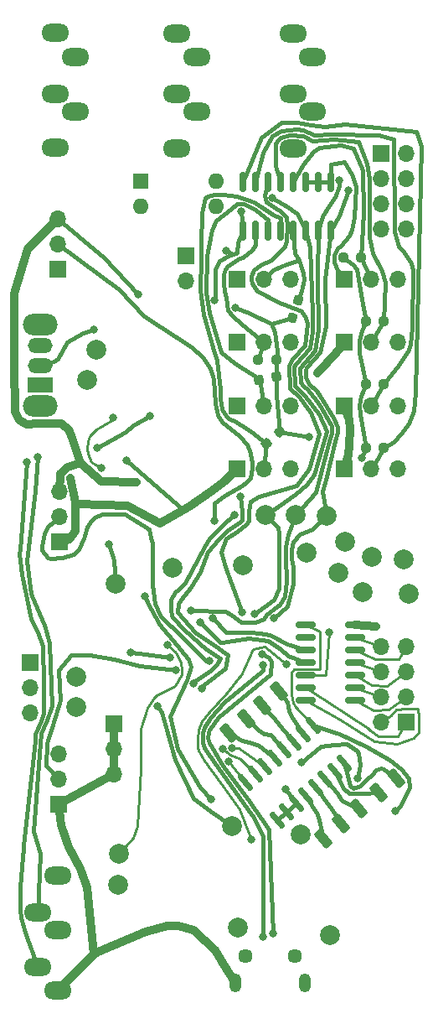
<source format=gbr>
G04 #@! TF.GenerationSoftware,KiCad,Pcbnew,8.0.3*
G04 #@! TF.CreationDate,2025-02-16T14:45:01-05:00*
G04 #@! TF.ProjectId,MEAP_Rev4c,4d454150-5f52-4657-9634-632e6b696361,rev?*
G04 #@! TF.SameCoordinates,Original*
G04 #@! TF.FileFunction,Copper,L2,Bot*
G04 #@! TF.FilePolarity,Positive*
%FSLAX46Y46*%
G04 Gerber Fmt 4.6, Leading zero omitted, Abs format (unit mm)*
G04 Created by KiCad (PCBNEW 8.0.3) date 2025-02-16 14:45:01*
%MOMM*%
%LPD*%
G01*
G04 APERTURE LIST*
G04 Aperture macros list*
%AMRoundRect*
0 Rectangle with rounded corners*
0 $1 Rounding radius*
0 $2 $3 $4 $5 $6 $7 $8 $9 X,Y pos of 4 corners*
0 Add a 4 corners polygon primitive as box body*
4,1,4,$2,$3,$4,$5,$6,$7,$8,$9,$2,$3,0*
0 Add four circle primitives for the rounded corners*
1,1,$1+$1,$2,$3*
1,1,$1+$1,$4,$5*
1,1,$1+$1,$6,$7*
1,1,$1+$1,$8,$9*
0 Add four rect primitives between the rounded corners*
20,1,$1+$1,$2,$3,$4,$5,0*
20,1,$1+$1,$4,$5,$6,$7,0*
20,1,$1+$1,$6,$7,$8,$9,0*
20,1,$1+$1,$8,$9,$2,$3,0*%
G04 Aperture macros list end*
G04 #@! TA.AperFunction,ComponentPad*
%ADD10C,2.000000*%
G04 #@! TD*
G04 #@! TA.AperFunction,ComponentPad*
%ADD11R,1.700000X1.700000*%
G04 #@! TD*
G04 #@! TA.AperFunction,ComponentPad*
%ADD12O,1.700000X1.700000*%
G04 #@! TD*
G04 #@! TA.AperFunction,ComponentPad*
%ADD13O,2.800000X1.800000*%
G04 #@! TD*
G04 #@! TA.AperFunction,ComponentPad*
%ADD14R,1.600000X1.600000*%
G04 #@! TD*
G04 #@! TA.AperFunction,ComponentPad*
%ADD15O,1.600000X1.600000*%
G04 #@! TD*
G04 #@! TA.AperFunction,ComponentPad*
%ADD16O,3.500000X2.200000*%
G04 #@! TD*
G04 #@! TA.AperFunction,ComponentPad*
%ADD17R,2.500000X1.500000*%
G04 #@! TD*
G04 #@! TA.AperFunction,ComponentPad*
%ADD18O,2.500000X1.500000*%
G04 #@! TD*
G04 #@! TA.AperFunction,ComponentPad*
%ADD19O,1.200000X1.900000*%
G04 #@! TD*
G04 #@! TA.AperFunction,ComponentPad*
%ADD20C,1.450000*%
G04 #@! TD*
G04 #@! TA.AperFunction,SMDPad,CuDef*
%ADD21RoundRect,0.250000X0.290580X-0.735230X0.673602X-0.413836X-0.290580X0.735230X-0.673602X0.413836X0*%
G04 #@! TD*
G04 #@! TA.AperFunction,SMDPad,CuDef*
%ADD22RoundRect,0.250000X-0.290580X0.735230X-0.673602X0.413836X0.290580X-0.735230X0.673602X-0.413836X0*%
G04 #@! TD*
G04 #@! TA.AperFunction,SMDPad,CuDef*
%ADD23RoundRect,0.237500X-0.250000X-0.237500X0.250000X-0.237500X0.250000X0.237500X-0.250000X0.237500X0*%
G04 #@! TD*
G04 #@! TA.AperFunction,SMDPad,CuDef*
%ADD24RoundRect,0.150000X-0.825000X-0.150000X0.825000X-0.150000X0.825000X0.150000X-0.825000X0.150000X0*%
G04 #@! TD*
G04 #@! TA.AperFunction,SMDPad,CuDef*
%ADD25RoundRect,0.237500X0.250000X0.237500X-0.250000X0.237500X-0.250000X-0.237500X0.250000X-0.237500X0*%
G04 #@! TD*
G04 #@! TA.AperFunction,SMDPad,CuDef*
%ADD26RoundRect,0.237500X0.204960X0.277304X-0.287443X0.190480X-0.204960X-0.277304X0.287443X-0.190480X0*%
G04 #@! TD*
G04 #@! TA.AperFunction,SMDPad,CuDef*
%ADD27RoundRect,0.237500X0.038849X0.342632X-0.344173X0.021239X-0.038849X-0.342632X0.344173X-0.021239X0*%
G04 #@! TD*
G04 #@! TA.AperFunction,SMDPad,CuDef*
%ADD28RoundRect,0.150000X-0.150000X0.825000X-0.150000X-0.825000X0.150000X-0.825000X0.150000X0.825000X0*%
G04 #@! TD*
G04 #@! TA.AperFunction,SMDPad,CuDef*
%ADD29RoundRect,0.150000X0.645206X-0.535569X-0.415393X0.728405X-0.645206X0.535569X0.415393X-0.728405X0*%
G04 #@! TD*
G04 #@! TA.AperFunction,SMDPad,CuDef*
%ADD30RoundRect,0.237500X0.137672X-0.316153X0.308682X0.153693X-0.137672X0.316153X-0.308682X-0.153693X0*%
G04 #@! TD*
G04 #@! TA.AperFunction,ViaPad*
%ADD31C,0.800000*%
G04 #@! TD*
G04 #@! TA.AperFunction,Conductor*
%ADD32C,0.406400*%
G04 #@! TD*
G04 #@! TA.AperFunction,Conductor*
%ADD33C,0.812800*%
G04 #@! TD*
G04 #@! TA.AperFunction,Conductor*
%ADD34C,0.250000*%
G04 #@! TD*
G04 #@! TA.AperFunction,Conductor*
%ADD35C,0.254000*%
G04 #@! TD*
G04 APERTURE END LIST*
D10*
X40120000Y-97530000D03*
D11*
X51540000Y-48700000D03*
D12*
X54240000Y-48700000D03*
X56940000Y-48700000D03*
D10*
X25520000Y-52540000D03*
D11*
X35470000Y-39930000D03*
D12*
X35470000Y-42470000D03*
D10*
X41260000Y-71250000D03*
X47650000Y-69930000D03*
D11*
X40640000Y-48700000D03*
D12*
X43340000Y-48700000D03*
X46040000Y-48700000D03*
D10*
X53360000Y-73890000D03*
X47080000Y-98380000D03*
D11*
X40640000Y-55100000D03*
D12*
X43340000Y-55100000D03*
X46040000Y-55100000D03*
D13*
X48300000Y-25430000D03*
X46300000Y-23630000D03*
X46300000Y-17530000D03*
X48300000Y-19930000D03*
X46300000Y-29130000D03*
D11*
X51540000Y-55100000D03*
D12*
X54240000Y-55100000D03*
X56940000Y-55100000D03*
D10*
X28700000Y-100360000D03*
D11*
X55220000Y-29660000D03*
D12*
X57760000Y-29660000D03*
X55220000Y-32200000D03*
X57760000Y-32200000D03*
X55220000Y-34740000D03*
X57760000Y-34740000D03*
X55220000Y-37280000D03*
X57760000Y-37280000D03*
D11*
X40640000Y-42300000D03*
D12*
X43340000Y-42300000D03*
X46040000Y-42300000D03*
D10*
X50060000Y-108580000D03*
D13*
X20540001Y-106260001D03*
X22540000Y-108060000D03*
X22540000Y-114160000D03*
X20540001Y-111760001D03*
X22540000Y-102560000D03*
D11*
X22690000Y-68810000D03*
D12*
X22690000Y-66270000D03*
X22689997Y-63730001D03*
D11*
X57750000Y-87040000D03*
D12*
X55210000Y-87040000D03*
X57750000Y-84500000D03*
X55210002Y-84500001D03*
X57749997Y-81960001D03*
X55210001Y-81960002D03*
X57750000Y-79420000D03*
X55209999Y-79420001D03*
D14*
X30900001Y-32460000D03*
D15*
X30900001Y-35000000D03*
X38520000Y-35000000D03*
X38520001Y-32460000D03*
D10*
X26450000Y-49460000D03*
X54290000Y-70350000D03*
D11*
X40640000Y-61500000D03*
D12*
X43340000Y-61500000D03*
X46040000Y-61500000D03*
D10*
X58050000Y-74110000D03*
D11*
X19750000Y-81040000D03*
D12*
X19750000Y-83580000D03*
X19750000Y-86120000D03*
D13*
X24300000Y-25385000D03*
X22300000Y-23585000D03*
X22300000Y-17485000D03*
X24300000Y-19885000D03*
X22300000Y-29085000D03*
D10*
X28380000Y-73080000D03*
X28670000Y-103490000D03*
D11*
X28210000Y-87180000D03*
D12*
X28210000Y-89720000D03*
X28210000Y-92260000D03*
D10*
X50910000Y-71990000D03*
D11*
X51540000Y-61500000D03*
D12*
X54240000Y-61500000D03*
X56940000Y-61500000D03*
D11*
X51540000Y-42300000D03*
D12*
X54240000Y-42300000D03*
X56940000Y-42300000D03*
D10*
X46580000Y-66170000D03*
D16*
X20740000Y-55140000D03*
X20740000Y-46940000D03*
D17*
X20740000Y-53040000D03*
D18*
X20740001Y-51039999D03*
X20740000Y-49040000D03*
D10*
X51580000Y-68800000D03*
D19*
X40529999Y-113332000D03*
D20*
X41529999Y-110632000D03*
X46529999Y-110632000D03*
D19*
X47529999Y-113332000D03*
D13*
X36560000Y-25420000D03*
X34560000Y-23620000D03*
X34560000Y-17520000D03*
X36560000Y-19920000D03*
X34560000Y-29120000D03*
D10*
X24420000Y-85520000D03*
X57510000Y-70580000D03*
D11*
X22540003Y-41299999D03*
D12*
X22540003Y-38759999D03*
X22540003Y-36219999D03*
D10*
X49680000Y-66220000D03*
X40780000Y-107810000D03*
D11*
X22640000Y-95310000D03*
D12*
X22640000Y-92770000D03*
X22640000Y-90230000D03*
D10*
X43540000Y-66140000D03*
X24390000Y-82450000D03*
X34170000Y-71480000D03*
D21*
X52974795Y-95764212D03*
X44890000Y-83920000D03*
D22*
X54947493Y-94148085D03*
D23*
X51377502Y-40170001D03*
X53202498Y-40169999D03*
D22*
X51174592Y-97274764D03*
D24*
X47630003Y-84860000D03*
X47630002Y-83590000D03*
X47630000Y-82320000D03*
X47630003Y-81050000D03*
X47630000Y-79780003D03*
X47630001Y-78509997D03*
X47630003Y-77240000D03*
X52580003Y-77240000D03*
X52580004Y-78510000D03*
X52580006Y-79780000D03*
X52580003Y-81050000D03*
X52580006Y-82319997D03*
X52580005Y-83590003D03*
X52580003Y-84860000D03*
D25*
X44604998Y-50500000D03*
X42780000Y-50500000D03*
D22*
X56709660Y-92747777D03*
D26*
X44670000Y-52180000D03*
X42872728Y-52496908D03*
D23*
X53690000Y-46540000D03*
X55514996Y-46539998D03*
D21*
X39799501Y-88152273D03*
D27*
X44980000Y-57730000D03*
X43581970Y-58903088D03*
D23*
X53685004Y-52940002D03*
X55510000Y-52940000D03*
D22*
X49382047Y-98778886D03*
D28*
X41250000Y-32484999D03*
X42519999Y-32485000D03*
X43790000Y-32485003D03*
X45059997Y-32484997D03*
X46330001Y-32484999D03*
X47600001Y-32485000D03*
X48870000Y-32484999D03*
X50139999Y-32485000D03*
X50140000Y-37435001D03*
X48870001Y-37435000D03*
X47600000Y-37434997D03*
X46330003Y-37435003D03*
X45059999Y-37435001D03*
X43789999Y-37435000D03*
X42520000Y-37435001D03*
X41250001Y-37435000D03*
D23*
X53685004Y-59350002D03*
X55510000Y-59350000D03*
D22*
X41556474Y-86730215D03*
D29*
X51521444Y-91200762D03*
X50548570Y-92017103D03*
X49575694Y-92833442D03*
X48602816Y-93649784D03*
X47629940Y-94466125D03*
X46657063Y-95282463D03*
X45684187Y-96098804D03*
X44711311Y-96915144D03*
X41529514Y-93123224D03*
X42502388Y-92306883D03*
X43475264Y-91490544D03*
X44448142Y-90674202D03*
X45421018Y-89857861D03*
X46393895Y-89041523D03*
X47366771Y-88225182D03*
X48339647Y-87408842D03*
D22*
X43211129Y-85341793D03*
D30*
X46245812Y-46194936D03*
X46870000Y-44480000D03*
D31*
X48790000Y-51860000D03*
X54690000Y-77430000D03*
X45560000Y-93850000D03*
X32886533Y-67015122D03*
X29520000Y-60630000D03*
X23810000Y-62420000D03*
X56630000Y-96010000D03*
X30490000Y-62850000D03*
X38390000Y-44430000D03*
X40470000Y-45220000D03*
X47940000Y-58260000D03*
X41120000Y-35450000D03*
X39530000Y-39490000D03*
X30630000Y-43870000D03*
X53280000Y-60350000D03*
X32640000Y-85420000D03*
X43270000Y-81270000D03*
X43250000Y-108730000D03*
X43170000Y-80200000D03*
X44330000Y-108380000D03*
X47160000Y-91110000D03*
X52840000Y-92680000D03*
X27710000Y-69080000D03*
X20500000Y-60310000D03*
X19374317Y-60800000D03*
X26940000Y-61380000D03*
X28140000Y-56320000D03*
X31820000Y-56160000D03*
X26480000Y-59370000D03*
X29890000Y-80020000D03*
X40170000Y-89680000D03*
X44250000Y-34130000D03*
X42460000Y-76150000D03*
X33910000Y-80520000D03*
X39200000Y-89780000D03*
X35990000Y-75790000D03*
X50990000Y-32350000D03*
X31370000Y-74320000D03*
X38069327Y-94800673D03*
X44400000Y-76530000D03*
X39830000Y-91000000D03*
X51910000Y-33340000D03*
X26210000Y-47430000D03*
X38380000Y-66700000D03*
X34440000Y-81770000D03*
X37070000Y-83670000D03*
X40970000Y-64270000D03*
X40410000Y-66120000D03*
X36230000Y-83130000D03*
X36914997Y-77000000D03*
X38184997Y-76580000D03*
X33630000Y-79253868D03*
X42090000Y-98870000D03*
X45620000Y-81190000D03*
X37900000Y-80890000D03*
X41160000Y-75930000D03*
X49990000Y-77970000D03*
D32*
X36281905Y-94788095D02*
X37960000Y-96030000D01*
X34390000Y-90880000D02*
X36281905Y-94788095D01*
X37960000Y-96030000D02*
X40120000Y-97530000D01*
X48870000Y-32484999D02*
X47600001Y-32485000D01*
D33*
X51982247Y-56590000D02*
X51540000Y-55100000D01*
D32*
X45684187Y-96098804D02*
X46657063Y-95282462D01*
D33*
X35237721Y-65647721D02*
X35870000Y-65280000D01*
X29550000Y-65220000D02*
X32886533Y-67015122D01*
X52130000Y-57370000D02*
X51982247Y-56590000D01*
X51700000Y-48700000D02*
X48790000Y-51860000D01*
D32*
X52018687Y-37938687D02*
X51150365Y-38950365D01*
X51530000Y-30490000D02*
X52240000Y-31750000D01*
X52018687Y-37938687D02*
X52289033Y-37339033D01*
X44711311Y-96915144D02*
X45684187Y-96098804D01*
D33*
X38500000Y-110080000D02*
X39320000Y-111490000D01*
X39380971Y-62730971D02*
X40640000Y-61500000D01*
X24281421Y-67700000D02*
X24320000Y-64890000D01*
X51982247Y-56590000D02*
X51700000Y-55100000D01*
X24797158Y-101880000D02*
X23680000Y-99680000D01*
X22640000Y-95310000D02*
X28210000Y-92260000D01*
X54690000Y-77430000D02*
X52580003Y-77240000D01*
D32*
X52289033Y-37339033D02*
X52537436Y-36050000D01*
X50139999Y-32485000D02*
X48870000Y-32484999D01*
D33*
X24680000Y-64988032D02*
X29550000Y-65220000D01*
X51700000Y-61500000D02*
X51889662Y-60050000D01*
D32*
X51150365Y-38950365D02*
X50800000Y-39200000D01*
X52640000Y-34550000D02*
X52537436Y-36050000D01*
X50802542Y-41387458D02*
X51700000Y-42300000D01*
D33*
X25488007Y-103740000D02*
X24797158Y-101880000D01*
X36299784Y-108040216D02*
X38500000Y-110080000D01*
D32*
X50170000Y-30750000D02*
X51530000Y-30490000D01*
D33*
X26161226Y-110471226D02*
X22540000Y-114160000D01*
X32886533Y-67015122D02*
X35237721Y-65647721D01*
D32*
X50800000Y-39200000D02*
X50510000Y-39910000D01*
X50139999Y-32485000D02*
X50170000Y-30750000D01*
X52660000Y-32930000D02*
X52640000Y-34550000D01*
X46657063Y-95282462D02*
X45560000Y-93850000D01*
D33*
X51889662Y-60050000D02*
X51540000Y-61500000D01*
X22850000Y-97450000D02*
X22640000Y-95310000D01*
D32*
X50510000Y-40660000D02*
X50802542Y-41387458D01*
D33*
X26611903Y-110251903D02*
X26161226Y-110471226D01*
X23680000Y-99680000D02*
X22850000Y-97450000D01*
X22690000Y-68810000D02*
X23740000Y-68625170D01*
X52010000Y-59130000D02*
X52130000Y-57370000D01*
X31390000Y-108206992D02*
X26611903Y-110251903D01*
X36299784Y-108040216D02*
X34760000Y-107618178D01*
X38071174Y-63801174D02*
X35870000Y-65280000D01*
X34760000Y-107618178D02*
X33660000Y-107606645D01*
X23740000Y-68625170D02*
X24281421Y-67700000D01*
X33660000Y-107606645D02*
X31390000Y-108206992D01*
X39380971Y-62730971D02*
X38071174Y-63801174D01*
D32*
X29520000Y-60630000D02*
X35237721Y-65647721D01*
D33*
X25488007Y-103740000D02*
X26161226Y-110471226D01*
X28210000Y-87180000D02*
X28210000Y-89720000D01*
X39320000Y-111490000D02*
X40529999Y-113332000D01*
X24320000Y-64890000D02*
X23810000Y-62420000D01*
D32*
X50510000Y-39910000D02*
X50510000Y-40660000D01*
X52240000Y-31750000D02*
X52660000Y-32930000D01*
D33*
X28210000Y-89720000D02*
X28210000Y-92260000D01*
X24680000Y-64988032D02*
X24320000Y-64890000D01*
X51889662Y-60050000D02*
X52010000Y-59130000D01*
D32*
X40210000Y-39804781D02*
X39530000Y-39490000D01*
X53280000Y-60350000D02*
X53685004Y-59350002D01*
X52430000Y-40870000D02*
X51377502Y-40170001D01*
X41847500Y-45700494D02*
X44140000Y-46850000D01*
D33*
X19470000Y-39310000D02*
X22540003Y-36219999D01*
D32*
X40760000Y-38610000D02*
X41250001Y-37435000D01*
X53730000Y-89480000D02*
X50970000Y-88270000D01*
X53050000Y-49790000D02*
X53020000Y-48530000D01*
X53685004Y-52940002D02*
X53050000Y-49790000D01*
X44140000Y-46850000D02*
X44480000Y-47680000D01*
X41847500Y-45700494D02*
X40470000Y-45220000D01*
X38458793Y-43860000D02*
X38459745Y-41360000D01*
D33*
X18150000Y-43760000D02*
X19470000Y-39310000D01*
D32*
X50970000Y-88270000D02*
X48339647Y-87408842D01*
X44710000Y-49500000D02*
X44604998Y-50500000D01*
X53690000Y-46540000D02*
X53268597Y-44410000D01*
X57208157Y-95488157D02*
X56630000Y-96010000D01*
X40580000Y-39676083D02*
X40654994Y-39649998D01*
X53020000Y-48530000D02*
X53240000Y-47480000D01*
D33*
X18150000Y-50850000D02*
X18150000Y-43760000D01*
D32*
X44980000Y-57730000D02*
X47940000Y-58260000D01*
D34*
X46353125Y-85126875D02*
X46550000Y-85560000D01*
D33*
X18663481Y-56566519D02*
X18237128Y-55720000D01*
X18663481Y-56566519D02*
X19430000Y-56964227D01*
D32*
X53206033Y-54110000D02*
X53685004Y-52940002D01*
X38906093Y-40446093D02*
X39850000Y-39930000D01*
D33*
X26950000Y-62770000D02*
X24850000Y-60910000D01*
D32*
X53685004Y-59350002D02*
X53080000Y-56000000D01*
D33*
X24850000Y-60910000D02*
X24006818Y-58300000D01*
D32*
X57290000Y-91770000D02*
X56060000Y-90830000D01*
X41120000Y-35450000D02*
X41250001Y-37435000D01*
D33*
X22799786Y-62010000D02*
X22689997Y-63730001D01*
D32*
X38459745Y-41360000D02*
X38906093Y-40446093D01*
D34*
X49050000Y-81710000D02*
X46860000Y-81680000D01*
D33*
X20530000Y-56940000D02*
X22870000Y-56940000D01*
D32*
X53080000Y-56000000D02*
X53047466Y-55050000D01*
X56060000Y-90830000D02*
X53730000Y-89480000D01*
X53240000Y-47480000D02*
X53690000Y-46540000D01*
X58090000Y-93610000D02*
X58050000Y-92740000D01*
X57208157Y-95488157D02*
X58090000Y-93610000D01*
X52737866Y-41312134D02*
X52430000Y-40870000D01*
D34*
X48339647Y-87408842D02*
X46550000Y-85560000D01*
D32*
X44980000Y-57730000D02*
X44677674Y-54000000D01*
D33*
X30490000Y-62850000D02*
X26950000Y-62770000D01*
D32*
X39850000Y-39930000D02*
X40210000Y-39804781D01*
X40210000Y-39804781D02*
X40580000Y-39676083D01*
X30630000Y-43870000D02*
X27160000Y-40160000D01*
X44480000Y-47680000D02*
X44710000Y-49500000D01*
X58050000Y-92740000D02*
X57290000Y-91770000D01*
X44677674Y-54000000D02*
X44670000Y-52180000D01*
D34*
X46187989Y-82030000D02*
X46450000Y-81748334D01*
D33*
X23559610Y-61289610D02*
X24850000Y-60910000D01*
D32*
X44670000Y-52180000D02*
X44604998Y-50500000D01*
X44140000Y-46850000D02*
X46245812Y-46194936D01*
D33*
X22870000Y-56940000D02*
X23608706Y-57481294D01*
D34*
X46169429Y-84230000D02*
X46187989Y-82030000D01*
D33*
X22799786Y-62010000D02*
X23559610Y-61289610D01*
D34*
X46353125Y-85126875D02*
X46169429Y-84230000D01*
D32*
X53047466Y-55050000D02*
X53206033Y-54110000D01*
D34*
X47630003Y-77240000D02*
X49080000Y-77920000D01*
D33*
X23608706Y-57481294D02*
X24006818Y-58300000D01*
X19430000Y-56964227D02*
X20530000Y-56940000D01*
D32*
X53268597Y-44410000D02*
X52737866Y-41312134D01*
X40654994Y-39649998D02*
X40760000Y-38610000D01*
D33*
X18237128Y-55720000D02*
X18150000Y-50850000D01*
D32*
X27160000Y-40160000D02*
X22540003Y-36219999D01*
D34*
X46860000Y-81680000D02*
X46450000Y-81748334D01*
D32*
X38390000Y-44430000D02*
X38458793Y-43860000D01*
D34*
X49080000Y-77920000D02*
X49050000Y-81710000D01*
D32*
X33011105Y-85988895D02*
X34390000Y-90880000D01*
X33011105Y-85988895D02*
X32640000Y-85420000D01*
X37150000Y-88180000D02*
X37340000Y-87560000D01*
X43250000Y-108730000D02*
X43270000Y-98580000D01*
X43270000Y-81270000D02*
X43270000Y-81820000D01*
X37334061Y-89635939D02*
X37150000Y-89040000D01*
X42240000Y-96550000D02*
X41962734Y-96097266D01*
X37150000Y-89040000D02*
X37150000Y-88180000D01*
X38521419Y-91378581D02*
X37334061Y-89635939D01*
X43090000Y-82000000D02*
X39400000Y-85020000D01*
X41962734Y-96097266D02*
X38521419Y-91378581D01*
X43270000Y-81820000D02*
X43090000Y-82000000D01*
X37340000Y-87560000D02*
X37880000Y-86810000D01*
X43270000Y-98580000D02*
X42240000Y-96550000D01*
X37989178Y-86619178D02*
X39400000Y-85020000D01*
X37880000Y-86810000D02*
X37989178Y-86619178D01*
X41784166Y-94795834D02*
X39209753Y-91420247D01*
X44120319Y-80950000D02*
X43847260Y-80552740D01*
X39209753Y-91420247D02*
X37825863Y-89164137D01*
X37700000Y-88690000D02*
X37740000Y-88020000D01*
X44070725Y-82230725D02*
X44120319Y-80950000D01*
X37740000Y-88020000D02*
X37890000Y-87770000D01*
X41784166Y-94795834D02*
X43870000Y-97870000D01*
X37890000Y-87770000D02*
X38794794Y-86534794D01*
X43847260Y-80552740D02*
X43170000Y-80200000D01*
X43870000Y-97870000D02*
X44330000Y-108380000D01*
X44070725Y-82230725D02*
X38794794Y-86534794D01*
X37825863Y-89164137D02*
X37700000Y-88690000D01*
X52840000Y-92680000D02*
X53076035Y-91380000D01*
X52780000Y-89940000D02*
X51730000Y-89220000D01*
X49100000Y-89530000D02*
X47160000Y-91110000D01*
X52948917Y-90161083D02*
X52780000Y-89940000D01*
X50460000Y-89310000D02*
X49100000Y-89530000D01*
X53076035Y-91380000D02*
X52948917Y-90161083D01*
X51730000Y-89220000D02*
X50460000Y-89310000D01*
X27710000Y-69080000D02*
X28240000Y-70700000D01*
X28240000Y-70700000D02*
X28380000Y-73080000D01*
X20500000Y-60310000D02*
X20243905Y-63660000D01*
X21713337Y-79080000D02*
X21205659Y-77254341D01*
X21205659Y-77254341D02*
X21005063Y-76914937D01*
X20858610Y-88174122D02*
X21382108Y-87080583D01*
X21382108Y-87080583D02*
X21977941Y-85430000D01*
X20540001Y-106260001D02*
X20745346Y-100360000D01*
X21977941Y-85430000D02*
X21713337Y-79080000D01*
X20710000Y-90220000D02*
X20858610Y-88174122D01*
X21005063Y-76914937D02*
X19873912Y-74050000D01*
X19873912Y-74050000D02*
X19401862Y-70810000D01*
X19401862Y-70810000D02*
X20243905Y-63660000D01*
X20745346Y-100360000D02*
X20110000Y-98050000D01*
X20110000Y-98050000D02*
X20710000Y-90220000D01*
X20540001Y-111760001D02*
X19276825Y-108300000D01*
X18745561Y-106040000D02*
X18755021Y-103620000D01*
X20859492Y-86999492D02*
X21110514Y-86100000D01*
X21000000Y-79330000D02*
X20530000Y-77980000D01*
X20530000Y-77980000D02*
X19843701Y-76636299D01*
X21140000Y-83100000D02*
X21000000Y-79330000D01*
X18690641Y-69630000D02*
X19374317Y-60800000D01*
X20280000Y-88210000D02*
X20859492Y-86999492D01*
X18755021Y-103620000D02*
X18954581Y-100660000D01*
X19037246Y-99840000D02*
X19097042Y-99450000D01*
X18673808Y-70060000D02*
X18690641Y-69630000D01*
X20224953Y-88920000D02*
X20280000Y-88210000D01*
X21110514Y-86100000D02*
X21140000Y-83100000D01*
X19843701Y-76636299D02*
X18870000Y-72140000D01*
X18822544Y-106780000D02*
X18745561Y-106040000D01*
X18870000Y-72140000D02*
X18673808Y-70060000D01*
X18822544Y-106780000D02*
X19276825Y-108300000D01*
X19097042Y-99450000D02*
X20224953Y-88920000D01*
X19037246Y-99840000D02*
X18954581Y-100660000D01*
D35*
X25755420Y-58210000D02*
X26403263Y-57483263D01*
X25517260Y-59430000D02*
X25598931Y-58710000D01*
X26403263Y-57483263D02*
X27854341Y-56644341D01*
X27854341Y-56644341D02*
X28140000Y-56320000D01*
X25570959Y-59920000D02*
X25963474Y-60756526D01*
X25598931Y-58710000D02*
X25755420Y-58210000D01*
X26940000Y-61380000D02*
X25963474Y-60756526D01*
X25570959Y-59920000D02*
X25517260Y-59430000D01*
D32*
X30180000Y-57090000D02*
X29358634Y-57788634D01*
X31820000Y-56160000D02*
X30180000Y-57090000D01*
X26480000Y-59370000D02*
X29358634Y-57788634D01*
D34*
X58960000Y-85720000D02*
X57800000Y-85720000D01*
X56710000Y-85800000D02*
X56200000Y-86370000D01*
X47630003Y-84860000D02*
X51100000Y-86830000D01*
X57800000Y-85720000D02*
X56710000Y-85800000D01*
X59070000Y-88050000D02*
X59020000Y-86500000D01*
X51100000Y-86830000D02*
X54510000Y-89000000D01*
X56200000Y-86370000D02*
X55210000Y-87040000D01*
X56790000Y-89220000D02*
X58500000Y-88650000D01*
X59020000Y-86500000D02*
X58960000Y-85720000D01*
X54510000Y-89000000D02*
X56790000Y-89220000D01*
X58500000Y-88650000D02*
X59070000Y-88050000D01*
X52580006Y-82319997D02*
X54280000Y-83300000D01*
X55810000Y-83380000D02*
X57749997Y-81960001D01*
X54280000Y-83300000D02*
X55810000Y-83380000D01*
X55210002Y-84500001D02*
X52580005Y-83590003D01*
X55960000Y-85780000D02*
X57750000Y-84500000D01*
X52580003Y-84860000D02*
X54430000Y-85820000D01*
X54430000Y-85820000D02*
X55960000Y-85780000D01*
X49720169Y-84919831D02*
X47630002Y-83590000D01*
X53834172Y-87655828D02*
X54110000Y-87910000D01*
X54110000Y-87910000D02*
X54990000Y-88510000D01*
X53834172Y-87655828D02*
X49720169Y-84919831D01*
X54990000Y-88510000D02*
X56910000Y-88510000D01*
X56910000Y-88510000D02*
X57750000Y-87040000D01*
X54620000Y-80700000D02*
X56990000Y-80700000D01*
X56990000Y-80700000D02*
X57750000Y-79420000D01*
X52580006Y-79780000D02*
X54620000Y-80700000D01*
D32*
X46590000Y-64000000D02*
X47710000Y-63060000D01*
D34*
X40830000Y-89680000D02*
X43475264Y-91490544D01*
D32*
X48930000Y-55960000D02*
X47550000Y-54100000D01*
X33910000Y-80520000D02*
X30790000Y-80134451D01*
X43540000Y-66140000D02*
X44801518Y-65271518D01*
X44920000Y-73550000D02*
X44900000Y-70540000D01*
X46524080Y-53052100D02*
X47550000Y-54100000D01*
X47710000Y-63060000D02*
X48460478Y-62080000D01*
X44830000Y-67380000D02*
X43540000Y-66140000D01*
X48020000Y-49280000D02*
X48318669Y-47610000D01*
X44900000Y-68000000D02*
X44830000Y-67380000D01*
X46445058Y-51140624D02*
X46524080Y-53052100D01*
X47600000Y-37434997D02*
X46768135Y-35731865D01*
X48270000Y-45690000D02*
X48318669Y-47610000D01*
X42460000Y-76150000D02*
X44390000Y-74710000D01*
X49659317Y-57980000D02*
X49710000Y-57640000D01*
X48010000Y-39130000D02*
X47600000Y-37434997D01*
X48460478Y-62080000D02*
X49659317Y-57980000D01*
X46768135Y-35731865D02*
X45826596Y-35023404D01*
X44801518Y-65271518D02*
X46590000Y-64000000D01*
X44390000Y-74710000D02*
X44920000Y-73550000D01*
X49710000Y-57640000D02*
X48930000Y-55960000D01*
X48010000Y-39130000D02*
X48270000Y-45690000D01*
X30790000Y-80134451D02*
X29890000Y-80020000D01*
X46600776Y-50870776D02*
X46445058Y-51140624D01*
X44900000Y-70540000D02*
X44900000Y-68000000D01*
X46600776Y-50870776D02*
X48020000Y-49280000D01*
X45826596Y-35023404D02*
X44250000Y-34130000D01*
D34*
X40830000Y-89680000D02*
X40170000Y-89680000D01*
D32*
X43656373Y-76226373D02*
X44738208Y-75348208D01*
X48870001Y-37435000D02*
X48790000Y-42140000D01*
X50569270Y-34069270D02*
X50957778Y-32930000D01*
X45680000Y-72790000D02*
X45570000Y-70350000D01*
X50086457Y-58323584D02*
X50226898Y-57930000D01*
X50203356Y-57120000D02*
X49225273Y-55344727D01*
X42540000Y-76940000D02*
X43370000Y-76590000D01*
X50957778Y-32930000D02*
X50990000Y-32350000D01*
X48586829Y-63810000D02*
X46580000Y-66170000D01*
X45558477Y-69320000D02*
X45842983Y-68090000D01*
X47751460Y-53468540D02*
X47370000Y-53060000D01*
X45470000Y-74340000D02*
X45680000Y-72790000D01*
X50258835Y-57300000D02*
X50203356Y-57120000D01*
X48810000Y-54710000D02*
X47751460Y-53468540D01*
X47020000Y-51310000D02*
X48509840Y-49517841D01*
X49301043Y-35970000D02*
X49974731Y-34894731D01*
X47370000Y-53060000D02*
X47060000Y-52750000D01*
X35990000Y-75790000D02*
X39510000Y-75840000D01*
X40100000Y-76220000D02*
X41110000Y-76940000D01*
X39510000Y-75840000D02*
X40100000Y-76220000D01*
D34*
X40992752Y-90797248D02*
X42502388Y-92306883D01*
D32*
X45842983Y-68090000D02*
X46580000Y-66170000D01*
X48790000Y-42140000D02*
X48893987Y-47400000D01*
X50226898Y-57930000D02*
X50258835Y-57300000D01*
X45010000Y-75190000D02*
X45470000Y-74340000D01*
X49974731Y-34894731D02*
X50569270Y-34069270D01*
X49225273Y-55344727D02*
X48810000Y-54710000D01*
X48870001Y-37435000D02*
X49301043Y-35970000D01*
X47060000Y-52750000D02*
X47020000Y-51310000D01*
X45570000Y-70350000D02*
X45558477Y-69320000D01*
X41110000Y-76940000D02*
X42540000Y-76940000D01*
X43370000Y-76590000D02*
X43656373Y-76226373D01*
X48509840Y-49517841D02*
X48893987Y-47400000D01*
X44738208Y-75348208D02*
X45010000Y-75190000D01*
D34*
X40992752Y-90797248D02*
X40010000Y-90340000D01*
D32*
X48586829Y-63810000D02*
X50086457Y-58323584D01*
D34*
X40010000Y-90340000D02*
X39200000Y-89780000D01*
X52580004Y-78510000D02*
X55209999Y-79420001D01*
X52580003Y-81050000D02*
X55210001Y-81960002D01*
D32*
X36920000Y-93620000D02*
X34670000Y-89710000D01*
X35540000Y-82820000D02*
X35982366Y-81490000D01*
X35770000Y-80700000D02*
X35982366Y-81490000D01*
X34670000Y-89710000D02*
X33920000Y-86420000D01*
X32747681Y-77142319D02*
X34160000Y-78750000D01*
X33920000Y-86420000D02*
X35540000Y-82820000D01*
X34160000Y-78750000D02*
X35770000Y-80700000D01*
X32590000Y-76790000D02*
X31800000Y-75310000D01*
X32747681Y-77142319D02*
X32590000Y-76790000D01*
X31800000Y-75310000D02*
X31370000Y-74320000D01*
X38069327Y-94800673D02*
X36920000Y-93620000D01*
X47728656Y-51268656D02*
X49040000Y-49670000D01*
X51910000Y-33340000D02*
X51618824Y-34330000D01*
X49750000Y-62250000D02*
X50530000Y-58650000D01*
X49680000Y-66220000D02*
X48278769Y-67578769D01*
X50850999Y-57790000D02*
X50845355Y-57250000D01*
X47000000Y-68100000D02*
X48278769Y-67578769D01*
X50949127Y-35909127D02*
X50140000Y-37435001D01*
X49750000Y-62250000D02*
X49310563Y-63780000D01*
X48737006Y-53630000D02*
X47950000Y-52890000D01*
X46310000Y-73040000D02*
X46310000Y-71420000D01*
X46168578Y-70540000D02*
X46178672Y-69600000D01*
X44400000Y-76530000D02*
X45760000Y-75330000D01*
X46370000Y-68810000D02*
X47000000Y-68100000D01*
X49535916Y-42330000D02*
X49635720Y-47060000D01*
X50845355Y-57250000D02*
X50390359Y-56289641D01*
X50390359Y-56289641D02*
X49079647Y-54080353D01*
X50949127Y-35909127D02*
X51618824Y-34330000D01*
X46370000Y-68810000D02*
X46178672Y-69600000D01*
X45760000Y-75330000D02*
X46310000Y-73040000D01*
X49079647Y-54080353D02*
X48737006Y-53630000D01*
X50530000Y-58650000D02*
X50850999Y-57790000D01*
D34*
X41529514Y-93123224D02*
X39830000Y-91000000D01*
D32*
X50140000Y-37435001D02*
X49535916Y-42330000D01*
X49310563Y-63780000D02*
X49680000Y-66220000D01*
X49040000Y-49670000D02*
X49635720Y-47060000D01*
X47620000Y-51450000D02*
X47728656Y-51268656D01*
X47950000Y-52890000D02*
X47600000Y-52250000D01*
X47600000Y-52250000D02*
X47620000Y-51450000D01*
X46310000Y-71420000D02*
X46168578Y-70540000D01*
X48602816Y-93649783D02*
X50350000Y-95900000D01*
X50350000Y-95900000D02*
X51174592Y-97274764D01*
X23450000Y-48700000D02*
X25080000Y-47740000D01*
X22512030Y-50372030D02*
X22080000Y-50642620D01*
X25080000Y-47740000D02*
X26210000Y-47430000D01*
X22080000Y-50642620D02*
X20740001Y-51039999D01*
X22512030Y-50372030D02*
X23450000Y-48700000D01*
X49575694Y-92833442D02*
X50780000Y-94220000D01*
X51340000Y-95030000D02*
X52974795Y-95764212D01*
X50780000Y-94220000D02*
X51120000Y-94840000D01*
X51120000Y-94840000D02*
X51340000Y-95030000D01*
X42141243Y-60350000D02*
X41969195Y-59610805D01*
X39130000Y-56730000D02*
X38690000Y-56030000D01*
X41664153Y-58985847D02*
X40917163Y-58152837D01*
X38350000Y-64930000D02*
X39420000Y-64200000D01*
X37202488Y-50247512D02*
X36115439Y-49194561D01*
X40917163Y-58152837D02*
X39130000Y-56730000D01*
X39420000Y-64200000D02*
X41185189Y-63165189D01*
X42003263Y-62413263D02*
X42160000Y-61370000D01*
X42150000Y-60890000D02*
X42141243Y-60350000D01*
X38690000Y-56030000D02*
X38430000Y-54890000D01*
X37951152Y-51320000D02*
X37202488Y-50247512D01*
X31290000Y-46040000D02*
X28720000Y-43380000D01*
X42160000Y-61370000D02*
X42150000Y-60890000D01*
X41969195Y-59610805D02*
X41664153Y-58985847D01*
X38430000Y-54890000D02*
X38310000Y-52380000D01*
X28720000Y-43380000D02*
X22540003Y-38759999D01*
X38380000Y-66700000D02*
X38350000Y-64930000D01*
X41185189Y-63165189D02*
X41569812Y-62839812D01*
X36115439Y-49194561D02*
X31290000Y-46040000D01*
X41569812Y-62839812D02*
X42003263Y-62413263D01*
X38310000Y-52380000D02*
X37951152Y-51320000D01*
X21390000Y-91420000D02*
X22640000Y-92770000D01*
X22640000Y-81820000D02*
X22770000Y-84870000D01*
X25790000Y-80240000D02*
X23870000Y-80260000D01*
X30870000Y-81342817D02*
X28210000Y-80720000D01*
X34440000Y-81770000D02*
X30870000Y-81342817D01*
X28210000Y-80720000D02*
X25790000Y-80240000D01*
X21410000Y-89140000D02*
X21390000Y-91420000D01*
X23870000Y-80260000D02*
X22640000Y-81820000D01*
X22770000Y-84870000D02*
X22130000Y-87070000D01*
X22130000Y-87070000D02*
X21410000Y-89140000D01*
X34632685Y-75990000D02*
X34735462Y-75075462D01*
X39440000Y-81640000D02*
X39740000Y-80280000D01*
X39740000Y-80280000D02*
X38770000Y-79610000D01*
X34953532Y-74703532D02*
X35986155Y-73426155D01*
X41150000Y-65810000D02*
X40970000Y-64270000D01*
X36931155Y-71850000D02*
X37677865Y-69894792D01*
X36387108Y-77952892D02*
X34632685Y-75990000D01*
X39740000Y-67630000D02*
X40911699Y-66901699D01*
X38770000Y-79610000D02*
X36387108Y-77952892D01*
X38780000Y-68560000D02*
X39740000Y-67630000D01*
X37381136Y-83241136D02*
X39440000Y-81640000D01*
X37070000Y-83670000D02*
X37381136Y-83241136D01*
X41150000Y-66650000D02*
X41150000Y-65810000D01*
X34735462Y-75075462D02*
X34953532Y-74703532D01*
X35986155Y-73426155D02*
X36931155Y-71850000D01*
X37677865Y-69894792D02*
X38780000Y-68560000D01*
X40911699Y-66901699D02*
X41150000Y-66650000D01*
X48969508Y-29049508D02*
X51120000Y-28820000D01*
X51120000Y-28820000D02*
X52410000Y-29100000D01*
X48390000Y-29480000D02*
X48969508Y-29049508D01*
X46330001Y-32484999D02*
X47320000Y-30760000D01*
X53410000Y-35550000D02*
X53354547Y-31319548D01*
X53354547Y-31319548D02*
X52410000Y-29100000D01*
X53202498Y-40169999D02*
X53410000Y-35550000D01*
X47320000Y-30760000D02*
X48390000Y-29480000D01*
X53202498Y-40169999D02*
X54240000Y-42300000D01*
X45070000Y-28023241D02*
X44833442Y-28243442D01*
X44580551Y-28630551D02*
X44567494Y-30920000D01*
X55325258Y-41504742D02*
X54412578Y-39690000D01*
X55660000Y-42660000D02*
X55514996Y-46539998D01*
X48260000Y-28400000D02*
X50490000Y-28210000D01*
X47308863Y-27891137D02*
X45960000Y-27776367D01*
X47308863Y-27891137D02*
X48260000Y-28400000D01*
X54020000Y-38110000D02*
X54412578Y-39690000D01*
X55660000Y-42660000D02*
X55325258Y-41504742D01*
X50490000Y-28210000D02*
X52950000Y-28470000D01*
X53760000Y-30690000D02*
X54020000Y-32200000D01*
X45059997Y-32484997D02*
X44567494Y-30920000D01*
X54240000Y-48700000D02*
X55514996Y-46539998D01*
X44833442Y-28243442D02*
X44580551Y-28630551D01*
X45960000Y-27776367D02*
X45070000Y-28023241D01*
X54020000Y-32200000D02*
X54020000Y-38110000D01*
X52950000Y-28470000D02*
X53760000Y-30690000D01*
X57520000Y-39570000D02*
X57030750Y-39029250D01*
X56530000Y-28170000D02*
X56566251Y-37550000D01*
X46670000Y-27145166D02*
X45190000Y-27360000D01*
X57030750Y-39029250D02*
X56566251Y-37550000D01*
X44257222Y-27887222D02*
X43260617Y-29540000D01*
X54950000Y-27790000D02*
X56530000Y-28170000D01*
X58324667Y-47270000D02*
X58420000Y-41440000D01*
X45190000Y-27360000D02*
X44257222Y-27887222D01*
X57093895Y-50853895D02*
X55510000Y-52940000D01*
X47390000Y-27270000D02*
X48430000Y-27750000D01*
X50180000Y-27650000D02*
X54950000Y-27790000D01*
X54240000Y-55100000D02*
X55510000Y-52940000D01*
X48430000Y-27750000D02*
X50180000Y-27650000D01*
X58270000Y-40690000D02*
X57520000Y-39570000D01*
X58014040Y-49450000D02*
X57093895Y-50853895D01*
X58193728Y-48880000D02*
X58324667Y-47270000D01*
X46670000Y-27145166D02*
X47390000Y-27270000D01*
X58014040Y-49450000D02*
X58193728Y-48880000D01*
X58420000Y-41440000D02*
X58270000Y-40690000D01*
X42519999Y-32485000D02*
X43260617Y-29540000D01*
X59270000Y-28870000D02*
X58700629Y-53780000D01*
X49520000Y-26900000D02*
X51610000Y-26710000D01*
X46740000Y-26470000D02*
X48140000Y-26760000D01*
X57987405Y-56877405D02*
X58527895Y-55660000D01*
X54934415Y-60324415D02*
X54240000Y-61500000D01*
X58527895Y-55660000D02*
X58700629Y-53780000D01*
X57280293Y-57940293D02*
X56480571Y-58730571D01*
X45120000Y-26510000D02*
X46740000Y-26470000D01*
X41250000Y-32484999D02*
X43130000Y-28000000D01*
X56480571Y-58730571D02*
X55510000Y-59350000D01*
X48140000Y-26760000D02*
X49520000Y-26900000D01*
X43130000Y-28000000D02*
X45120000Y-26510000D01*
X57280293Y-57940293D02*
X57987405Y-56877405D01*
X54934415Y-60324415D02*
X55510000Y-59350000D01*
X51610000Y-26710000D02*
X58770000Y-27460000D01*
X58770000Y-27460000D02*
X59270000Y-28870000D01*
X47441812Y-42310000D02*
X47375638Y-41730000D01*
X46870000Y-44480000D02*
X47219157Y-43560000D01*
X46401511Y-38830000D02*
X46541227Y-39718773D01*
X46886315Y-40423685D02*
X46541227Y-39718773D01*
X46401511Y-38830000D02*
X46330003Y-37435003D01*
X46886315Y-40423685D02*
X45220000Y-40942521D01*
X47375638Y-41730000D02*
X47106514Y-40873486D01*
X45220000Y-40942521D02*
X44329076Y-41409076D01*
X44329076Y-41409076D02*
X43340000Y-42300000D01*
X47441812Y-42310000D02*
X47219157Y-43560000D01*
X47106514Y-40873486D02*
X46886315Y-40423685D01*
X44277338Y-35832662D02*
X45024180Y-36175820D01*
X38935140Y-53400000D02*
X38974179Y-54380000D01*
X37364054Y-34424054D02*
X37131137Y-35610000D01*
X38552976Y-50190000D02*
X38400000Y-49810000D01*
X42041085Y-57638915D02*
X41114664Y-57035336D01*
X38663557Y-50580000D02*
X38935140Y-53400000D01*
X43340000Y-61500000D02*
X43581970Y-58903088D01*
X43016656Y-34973344D02*
X42370000Y-34547018D01*
X37041538Y-38840000D02*
X37131137Y-35610000D01*
X38400000Y-49810000D02*
X37236122Y-45880000D01*
X39812558Y-56387442D02*
X40390000Y-56650000D01*
X37480000Y-34150000D02*
X37668125Y-33988125D01*
X36946422Y-43420000D02*
X37013186Y-40130000D01*
X37236122Y-45880000D02*
X36946422Y-43420000D01*
X38663557Y-50580000D02*
X38552976Y-50190000D01*
X44277338Y-35832662D02*
X43016656Y-34973344D01*
X40660000Y-33960000D02*
X39200000Y-33780000D01*
X39200000Y-33780000D02*
X38370000Y-33780000D01*
X45059999Y-37435001D02*
X45024180Y-36175820D01*
X38370000Y-33780000D02*
X37668125Y-33988125D01*
X39154388Y-55450000D02*
X38974179Y-54380000D01*
X42041085Y-57638915D02*
X43581970Y-58903088D01*
X41114664Y-57035336D02*
X40390000Y-56650000D01*
X37013186Y-40130000D02*
X37041538Y-38840000D01*
X37364054Y-34424054D02*
X37480000Y-34150000D01*
X39812558Y-56387442D02*
X39519864Y-56130136D01*
X42370000Y-34547018D02*
X40660000Y-33960000D01*
X39519864Y-56130136D02*
X39154388Y-55450000D01*
X42973457Y-52439016D02*
X40386681Y-50813319D01*
X42520089Y-35279911D02*
X41300000Y-34720000D01*
X38578604Y-36398604D02*
X38122638Y-37382638D01*
X40108484Y-35188484D02*
X38578604Y-36398604D01*
X38122638Y-37382638D02*
X37631198Y-39950000D01*
X41300000Y-34720000D02*
X40700000Y-34720000D01*
X43774133Y-36360000D02*
X42520089Y-35279911D01*
X37533469Y-43660000D02*
X37631198Y-39950000D01*
X39030000Y-49730000D02*
X37832737Y-45740000D01*
X37832737Y-45740000D02*
X37533469Y-43660000D01*
X43774133Y-36360000D02*
X43789999Y-37435000D01*
X43340000Y-55100000D02*
X42973457Y-52439016D01*
X40386681Y-50813319D02*
X39030000Y-49730000D01*
X40700000Y-34720000D02*
X40108484Y-35188484D01*
X39399926Y-43500000D02*
X39552823Y-44200000D01*
X42503966Y-38850000D02*
X42520000Y-37435001D01*
X40199458Y-46050542D02*
X39757778Y-45490000D01*
X41220000Y-40147546D02*
X42149696Y-39379696D01*
X42149696Y-39379696D02*
X42503966Y-38850000D01*
X39471335Y-41291335D02*
X39696570Y-40996570D01*
X42497833Y-47992167D02*
X41121571Y-46858429D01*
X39696570Y-40996570D02*
X40950000Y-40249622D01*
X42780000Y-50500000D02*
X43340000Y-48700000D01*
X39327728Y-41830000D02*
X39324669Y-42780000D01*
X39552823Y-44200000D02*
X39757778Y-45490000D01*
X39471335Y-41291335D02*
X39327728Y-41830000D01*
X40950000Y-40249622D02*
X41220000Y-40147546D01*
X41121571Y-46858429D02*
X40199458Y-46050542D01*
X39324669Y-42780000D02*
X39399926Y-43500000D01*
X43340000Y-48700000D02*
X42497833Y-47992167D01*
X34010000Y-75700000D02*
X34010000Y-74660000D01*
X37830000Y-68500000D02*
X39600000Y-66780000D01*
X37372770Y-69382770D02*
X37830000Y-68500000D01*
X34730000Y-73670000D02*
X35443097Y-73003097D01*
X35443097Y-73003097D02*
X37372770Y-69382770D01*
X36230000Y-83130000D02*
X36550000Y-82810000D01*
X37950000Y-81910000D02*
X38650000Y-81190000D01*
X39600000Y-66780000D02*
X40410000Y-66120000D01*
X34116678Y-76490000D02*
X34060384Y-76290000D01*
X38940000Y-80580000D02*
X37520000Y-79650000D01*
X34060384Y-76290000D02*
X34010000Y-75700000D01*
X36550000Y-82810000D02*
X37950000Y-81910000D01*
X34010000Y-74660000D02*
X34390000Y-73890000D01*
X37520000Y-79650000D02*
X35300000Y-77750000D01*
X35300000Y-77750000D02*
X34116678Y-76490000D01*
X34390000Y-73890000D02*
X34730000Y-73670000D01*
X38650000Y-81190000D02*
X38940000Y-80580000D01*
X45790000Y-80370000D02*
X47630003Y-81050000D01*
X43810000Y-78830000D02*
X45030000Y-79660000D01*
X41880000Y-78550000D02*
X43810000Y-78830000D01*
X36914997Y-77000000D02*
X38934997Y-79020000D01*
X38934997Y-79020000D02*
X39160000Y-79020000D01*
X39160000Y-79020000D02*
X41880000Y-78550000D01*
X45030000Y-79660000D02*
X45790000Y-80370000D01*
X45760000Y-79170000D02*
X47630000Y-79780003D01*
X44000000Y-78270000D02*
X45760000Y-79170000D01*
X38184997Y-76580000D02*
X39554997Y-77950000D01*
X42970000Y-78050000D02*
X44000000Y-78270000D01*
X41990000Y-77950000D02*
X42970000Y-78050000D01*
X39554997Y-77950000D02*
X41990000Y-77950000D01*
D34*
X35009125Y-81060875D02*
X34460000Y-80020000D01*
X30960000Y-87740000D02*
X30960000Y-91770000D01*
X35099032Y-81770000D02*
X35050484Y-82200000D01*
X35050484Y-82200000D02*
X34417397Y-83367397D01*
X35009125Y-81060875D02*
X35099032Y-81770000D01*
X34460000Y-80020000D02*
X33630000Y-79253868D01*
X31587633Y-85600000D02*
X30960000Y-87740000D01*
X32550000Y-84340000D02*
X32241429Y-84571429D01*
X30550000Y-97540000D02*
X30180000Y-98700000D01*
X30180000Y-98700000D02*
X28700000Y-100360000D01*
X34417397Y-83367397D02*
X32550000Y-84340000D01*
X32241429Y-84571429D02*
X31587633Y-85600000D01*
X30960000Y-91770000D02*
X30550000Y-97540000D01*
X42240000Y-79700000D02*
X41060000Y-82320000D01*
X45620000Y-81190000D02*
X43460000Y-79430000D01*
X37398067Y-90961933D02*
X36800212Y-89910000D01*
X36800212Y-89910000D02*
X36690000Y-89600000D01*
X40916817Y-95830000D02*
X39183141Y-93456859D01*
X40916817Y-95830000D02*
X42090000Y-98870000D01*
X39640000Y-84040000D02*
X40829105Y-82539105D01*
X37750000Y-86100000D02*
X39640000Y-84040000D01*
X36740000Y-87820000D02*
X37100000Y-87000000D01*
X41060000Y-82320000D02*
X40829105Y-82539105D01*
X36690000Y-89600000D02*
X36650000Y-88700000D01*
X36650000Y-88700000D02*
X36740000Y-87820000D01*
X37100000Y-87000000D02*
X37750000Y-86100000D01*
X37398067Y-90961933D02*
X39183141Y-93456859D01*
X43460000Y-79430000D02*
X42240000Y-79700000D01*
D32*
X25500000Y-67340000D02*
X25270000Y-68260000D01*
X32110000Y-73160000D02*
X32110000Y-69030000D01*
X32850000Y-76180000D02*
X32370000Y-75100000D01*
X32370000Y-75100000D02*
X32110000Y-73160000D01*
X31970000Y-68420000D02*
X31785804Y-67564196D01*
X20930000Y-69670000D02*
X20930000Y-69290000D01*
X32110000Y-69030000D02*
X31970000Y-68420000D01*
X24650052Y-69610052D02*
X24130000Y-70138000D01*
X27060000Y-66052954D02*
X26292664Y-66352664D01*
X21184253Y-67954253D02*
X21490000Y-67310000D01*
X21490000Y-67310000D02*
X22690000Y-66270000D01*
X25192963Y-68540000D02*
X24650052Y-69610052D01*
X24130000Y-70138000D02*
X22970000Y-70431867D01*
X37900000Y-80890000D02*
X37570000Y-80890000D01*
X32984130Y-76405870D02*
X32850000Y-76180000D01*
X20930000Y-69290000D02*
X21184253Y-67954253D01*
X26292664Y-66352664D02*
X25936332Y-66686332D01*
X29340000Y-66040000D02*
X27060000Y-66052954D01*
X37570000Y-80890000D02*
X35010000Y-78330000D01*
X25270000Y-68260000D02*
X25192963Y-68540000D01*
X31785804Y-67564196D02*
X29340000Y-66040000D01*
X21753271Y-70546729D02*
X21524969Y-70445031D01*
X22970000Y-70431867D02*
X21753271Y-70546729D01*
X25936332Y-66686332D02*
X25500000Y-67340000D01*
X21524969Y-70445031D02*
X20930000Y-69670000D01*
X35010000Y-78330000D02*
X32984130Y-76405870D01*
X44650000Y-35200000D02*
X45003922Y-35416078D01*
X48970000Y-57900000D02*
X48150000Y-55780000D01*
X42860000Y-64270000D02*
X46700000Y-63130000D01*
X43760000Y-34660000D02*
X44650000Y-35200000D01*
X45628174Y-36050000D02*
X45003922Y-35416078D01*
X43003066Y-40933066D02*
X44170000Y-40370000D01*
X47540000Y-49040000D02*
X47770000Y-46790000D01*
X41850000Y-65720000D02*
X41980000Y-64770000D01*
X42147437Y-42800000D02*
X42068321Y-42330000D01*
X42704560Y-43485440D02*
X45010000Y-44717293D01*
X45680000Y-38480000D02*
X45527273Y-39040000D01*
X39080000Y-69830000D02*
X39559394Y-68510019D01*
X39559394Y-68510019D02*
X40650000Y-67800000D01*
X40650000Y-67800000D02*
X41580000Y-67100000D01*
X43594257Y-34515743D02*
X43493789Y-33850000D01*
X45628174Y-36050000D02*
X45720000Y-36930000D01*
X42377273Y-41397273D02*
X43003066Y-40933066D01*
X48150000Y-55780000D02*
X46922257Y-54210000D01*
X42116412Y-41980000D02*
X42377273Y-41397273D01*
X43493789Y-33850000D02*
X43790000Y-32485003D01*
X47770000Y-46790000D02*
X47578319Y-46220000D01*
X43760000Y-34660000D02*
X43594257Y-34515743D01*
X48270000Y-60320000D02*
X48970000Y-57900000D01*
X47975947Y-61510000D02*
X48270000Y-60320000D01*
X42068321Y-42330000D02*
X42116412Y-41980000D01*
X46922257Y-54210000D02*
X46030000Y-53350000D01*
X41860000Y-66740000D02*
X41850000Y-65720000D01*
X45720000Y-36930000D02*
X45680000Y-38480000D01*
X39460000Y-71420000D02*
X39080000Y-69830000D01*
X41980000Y-64770000D02*
X42860000Y-64270000D01*
X42704560Y-43485440D02*
X42147437Y-42800000D01*
X47578319Y-46220000D02*
X47140000Y-45591373D01*
X44170000Y-40370000D02*
X45527273Y-39040000D01*
X45640000Y-44940000D02*
X45010000Y-44717293D01*
X46273952Y-50423952D02*
X47540000Y-49040000D01*
X46030000Y-53350000D02*
X45930000Y-51020000D01*
X47140000Y-45591373D02*
X45640000Y-44940000D01*
X41160000Y-75930000D02*
X39460000Y-71420000D01*
X46700000Y-63130000D02*
X47975947Y-61510000D01*
X41580000Y-67100000D02*
X41860000Y-66740000D01*
X45930000Y-51020000D02*
X46273952Y-50423952D01*
X45421018Y-89857862D02*
X44020000Y-88300000D01*
X44020000Y-88300000D02*
X43350000Y-88250000D01*
X42750000Y-87790000D02*
X41556474Y-86730215D01*
X43350000Y-88250000D02*
X42750000Y-87790000D01*
X46393895Y-89041524D02*
X44990000Y-87380000D01*
X44350000Y-86610000D02*
X43211129Y-85341793D01*
X44990000Y-87380000D02*
X44350000Y-86610000D01*
X47366771Y-88225182D02*
X46240000Y-86600000D01*
X45720000Y-84980000D02*
X44890000Y-83920000D01*
X46240000Y-86600000D02*
X45930000Y-85950000D01*
X45850000Y-85440000D02*
X45720000Y-84980000D01*
X45930000Y-85950000D02*
X45850000Y-85440000D01*
X44448142Y-90674203D02*
X42890000Y-89390000D01*
X42890000Y-89390000D02*
X42210000Y-89140000D01*
X42210000Y-89140000D02*
X41520000Y-89030000D01*
X41520000Y-89030000D02*
X41130000Y-88930000D01*
X41130000Y-88930000D02*
X39799501Y-88152273D01*
X51521445Y-91200762D02*
X51880000Y-92820000D01*
X53130000Y-93440000D02*
X53800000Y-92790000D01*
X51880000Y-92820000D02*
X52060000Y-93470000D01*
X52460000Y-93700000D02*
X53130000Y-93440000D01*
X54270000Y-92380000D02*
X54693529Y-91903529D01*
X55250000Y-91675000D02*
X55510000Y-91780000D01*
X55510000Y-91780000D02*
X56709660Y-92747777D01*
X54693529Y-91903529D02*
X55250000Y-91675000D01*
X52060000Y-93470000D02*
X52460000Y-93700000D01*
X53800000Y-92790000D02*
X54270000Y-92380000D01*
X48950000Y-96960000D02*
X49382047Y-98778886D01*
X47629940Y-94466124D02*
X48750000Y-96370000D01*
X48750000Y-96370000D02*
X48950000Y-96960000D01*
X53350000Y-94230000D02*
X54947493Y-94148085D01*
X51380000Y-93730000D02*
X51970000Y-94260000D01*
X51970000Y-94260000D02*
X52590000Y-94260000D01*
X50548570Y-92017103D02*
X51380000Y-93730000D01*
X52590000Y-94260000D02*
X53350000Y-94230000D01*
D34*
X49610000Y-82330000D02*
X49990000Y-77970000D01*
X47630000Y-82320000D02*
X49610000Y-82330000D01*
M02*

</source>
